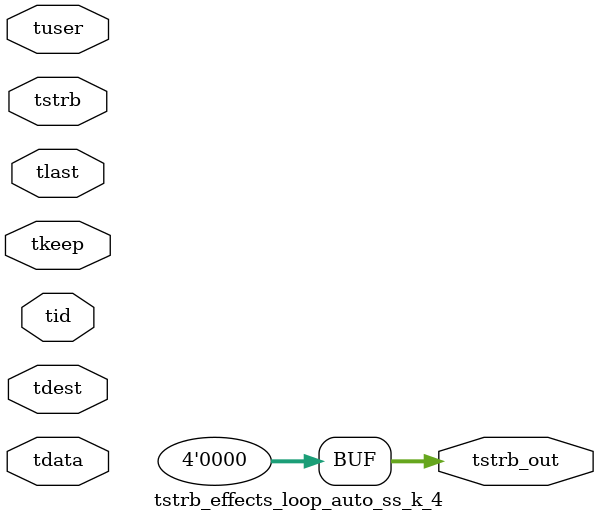
<source format=v>


`timescale 1ps/1ps

module tstrb_effects_loop_auto_ss_k_4 #
(
parameter C_S_AXIS_TDATA_WIDTH = 32,
parameter C_S_AXIS_TUSER_WIDTH = 0,
parameter C_S_AXIS_TID_WIDTH   = 0,
parameter C_S_AXIS_TDEST_WIDTH = 0,
parameter C_M_AXIS_TDATA_WIDTH = 32
)
(
input  [(C_S_AXIS_TDATA_WIDTH == 0 ? 1 : C_S_AXIS_TDATA_WIDTH)-1:0     ] tdata,
input  [(C_S_AXIS_TUSER_WIDTH == 0 ? 1 : C_S_AXIS_TUSER_WIDTH)-1:0     ] tuser,
input  [(C_S_AXIS_TID_WIDTH   == 0 ? 1 : C_S_AXIS_TID_WIDTH)-1:0       ] tid,
input  [(C_S_AXIS_TDEST_WIDTH == 0 ? 1 : C_S_AXIS_TDEST_WIDTH)-1:0     ] tdest,
input  [(C_S_AXIS_TDATA_WIDTH/8)-1:0 ] tkeep,
input  [(C_S_AXIS_TDATA_WIDTH/8)-1:0 ] tstrb,
input                                                                    tlast,
output [(C_M_AXIS_TDATA_WIDTH/8)-1:0 ] tstrb_out
);

assign tstrb_out = {1'b0};

endmodule


</source>
